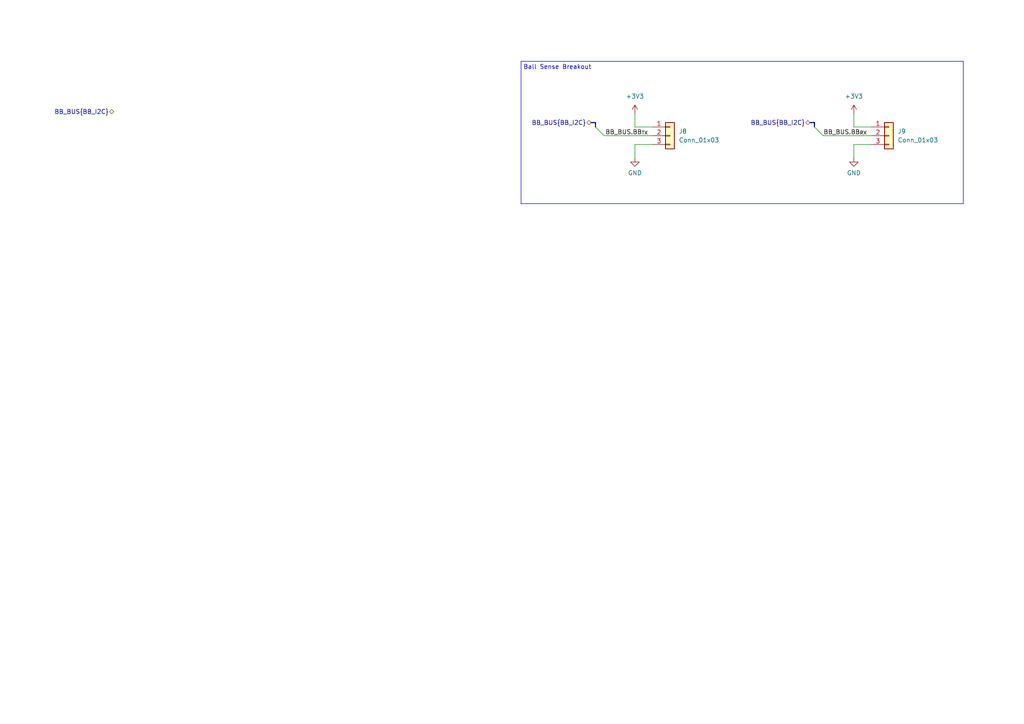
<source format=kicad_sch>
(kicad_sch (version 20230121) (generator eeschema)
  (paper "A4")
  (lib_symbols
    (symbol "Connector_Generic:Conn_01x03" (pin_names (offset 1.016) hide)
      (property "Reference" "J" (at 0 5.08 0))
      (property "Value" "Conn_01x03" (at 0 -5.08 0))
      (symbol "Conn_01x03_1_1"
        (rectangle (start -1.27 -2.413) (end 0 -2.667) (stroke (width 0.1524)))
        (rectangle (start -1.27 0.127) (end 0 -0.127) (stroke (width 0.1524)))
        (rectangle (start -1.27 2.667) (end 0 2.413) (stroke (width 0.1524)))
        (rectangle (start -1.27 3.81) (end 1.27 -3.81) (stroke (width 0.254)) (fill (type background)))
        (pin passive line (at -5.08 2.54 0) (length 3.81) (name "Pin_1") (number "1"))
        (pin passive line (at -5.08 0 0) (length 3.81) (name "Pin_2") (number "2"))
        (pin passive line (at -5.08 -2.54 0) (length 3.81) (name "Pin_3") (number "3"))
      )
    )
    (symbol "power:+3V3" (power) (pin_names (offset 0))
      (property "Value" "+3V3" (at 0 3.556 0))
      (symbol "+3V3_0_1"
        (polyline (pts (xy -0.762 1.27) (xy 0 2.54)))
        (polyline (pts (xy 0 0) (xy 0 2.54)))
        (polyline (pts (xy 0 2.54) (xy 0.762 1.27)))
      )
      (symbol "+3V3_1_1"
        (pin power_in line (at 0 0 90) (length 0) hide (name "+3V3") (number "1"))
      )
    )
    (symbol "power:GND" (power) (pin_names (offset 0))
      (property "Value" "GND" (at 0 -3.81 0))
      (symbol "GND_0_1"
        (polyline (pts (xy 0 0) (xy 0 -1.27) (xy 1.27 -1.27) (xy 0 -2.54) (xy -1.27 -1.27) (xy 0 -1.27)))
      )
      (symbol "GND_1_1"
        (pin power_in line (at 0 0 270) (length 0) hide (name "GND") (number "1"))
      )
    )
  )
  (bus_entry (at 236.22 36.83) (size 2.54 2.54))
  (bus_entry (at 172.72 36.83) (size 2.54 2.54))
  (polyline (pts (xy 279.4 17.78) (xy 279.4 59.055)))
  (wire (pts (xy 184.15 41.91) (xy 189.23 41.91)))
  (wire (pts (xy 247.65 36.83) (xy 252.73 36.83)))
  (bus (pts (xy 234.95 35.56) (xy 236.22 35.56)))
  (wire (pts (xy 247.65 33.02) (xy 247.65 36.83)))
  (polyline (pts (xy 151.13 17.78) (xy 279.4 17.78)))
  (wire (pts (xy 184.15 45.72) (xy 184.15 41.91)))
  (wire (pts (xy 175.26 39.37) (xy 189.23 39.37)))
  (polyline (pts (xy 151.13 17.78) (xy 151.13 59.055)))
  (wire (pts (xy 247.65 45.72) (xy 247.65 41.91)))
  (wire (pts (xy 184.15 36.83) (xy 189.23 36.83)))
  (bus (pts (xy 236.22 35.56) (xy 236.22 36.83)))
  (polyline (pts (xy 279.4 59.055) (xy 151.13 59.055)))
  (wire (pts (xy 238.76 39.37) (xy 252.73 39.37)))
  (wire (pts (xy 184.15 33.02) (xy 184.15 36.83)))
  (bus (pts (xy 172.72 35.56) (xy 172.72 36.83)))
  (wire (pts (xy 247.65 41.91) (xy 252.73 41.91)))
  (bus (pts (xy 171.45 35.56) (xy 172.72 35.56)))
  (text "Ball Sense Breakout" (at 151.765 20.32 0) (effects (font (size 1.27 1.27)) (justify left bottom)))
  (label "BB_BUS.BB_{TX}" (at 187.96 39.37 180))
  (label "BB_BUS.BB_{RX}" (at 251.46 39.37 180))
  (hierarchical_label "BB_BUS{BB_I2C}" (shape bidirectional) (at 234.95 35.56 180))
  (hierarchical_label "BB_BUS{BB_I2C}" (shape bidirectional) (at 171.45 35.56 180))
  (hierarchical_label "BB_BUS{BB_I2C}" (shape bidirectional) (at 33.02 32.385 180))
  (symbol (lib_id "Connector_Generic:Conn_01x03") (at 257.81 39.37 0) (unit 1)
    (property "Reference" "J9" (at 260.35 38.0999 0) (effects (justify left)))
    (property "Value" "Conn_01x03" (at 260.35 40.6399 0) (effects (justify left)))
    (property "Footprint" "Connector_JST:JST_SH_SM03B-SRSS-TB_1x03-1MP_P1.00mm_Horizontal" (effects hide))
    (property "LCSC" "C160403" (effects hide))
    (instances (project "kicker" (path "" (reference "J9") (unit 1))) (project "kicker" (path "" (reference "J8") (unit 1))))
  )
  (symbol (lib_id "power:GND") (at 247.65 45.72 0) (unit 1)
    (property "Reference" "#PWR0115" (effects hide))
    (property "Value" "GND" (at 247.65 50.165 0))
    (instances (project "kicker" (path "" (reference "#PWR0115") (unit 1))) (project "kicker" (path "" (reference "#PWR089") (unit 1))))
  )
  (symbol (lib_id "power:+3V3") (at 184.15 33.02 0) (unit 1)
    (property "Reference" "#PWR0112" (effects hide))
    (property "Value" "+3V3" (at 184.15 27.94 0))
  )
  (symbol (lib_id "power:+3V3") (at 247.65 33.02 0) (unit 1)
    (property "Reference" "#PWR0114" (effects hide))
    (property "Value" "+3V3" (at 247.65 27.94 0))
  )
  (symbol (lib_id "power:GND") (at 184.15 45.72 0) (unit 1)
    (property "Reference" "#PWR0113" (effects hide))
    (property "Value" "GND" (at 184.15 50.165 0))
    (instances (project "kicker" (path "" (reference "#PWR0113") (unit 1))) (project "kicker" (path "" (reference "#PWR085") (unit 1))))
  )
  (symbol (lib_id "Connector_Generic:Conn_01x03") (at 194.31 39.37 0) (unit 1)
    (property "Reference" "J8" (at 196.85 38.0999 0) (effects (justify left)))
    (property "Value" "Conn_01x03" (at 196.85 40.6399 0) (effects (justify left)))
    (property "Footprint" "Connector_JST:JST_SH_SM03B-SRSS-TB_1x03-1MP_P1.00mm_Horizontal" (effects hide))
    (property "LCSC" "C160403" (effects hide))
    (instances (project "kicker" (path "" (reference "J8") (unit 1))) (project "kicker" (path "" (reference "J7") (unit 1))))
  )
)
</source>
